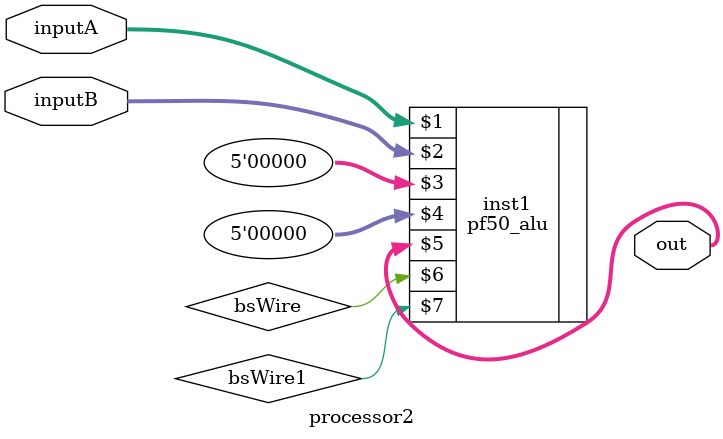
<source format=v>
module processor1(clock, reset, ps2_key_pressed, ps2_out, lcd_write, lcd_data, debug_data, debug_addr, alu_input1, alu_input2, alu_output, alu_opcode, test_output, write_reg, stored_pc, current_pc, instruction_num, test_regWrite, bypassa, bypassb, write_data);

	input 			clock, reset, ps2_key_pressed;
	input 	[7:0]	ps2_out;
	
	output 			lcd_write;
	output 	[31:0] 	lcd_data;
	
	// GRADER OUTPUTS - YOU MUST CONNECT TO YOUR DMEM
	output 	[31:0] 	debug_data;
	output	[11:0]	debug_addr;
	output[31:0] alu_input1, alu_input2, alu_output, stored_pc, current_pc, instruction_num, write_data; 
	output test_output, test_regWrite;
	output[4:0] alu_opcode, write_reg, bypassa, bypassb;

	
	
	
	
	// your processor here
	//
	//-------------------------Initiate PC register----------------------------------//
	wire[31:0] pcBeforeAdd, pcAfterAdd;
	wire bsWire;
	
	wire [31:0] select_pc;
	assign select_pc = changePC ? pcStage3 : pcAfterAdd;
	
	assign instruction_num = pcBeforeAdd;
	
	register PC(select_pc, pcBeforeAdd, ~stall, clock, reset);
	thirtytwo_bit_add inst_1(1'b0, pcBeforeAdd, 32'b1, pcAfterAdd, bsWire);
	
	wire[31:0] instruction;
	imem myimem(	.address 	(pcBeforeAdd[11:0]),
					.clken		(1'b1),
					.clock		(~clock) ,
					.q			(instruction) // change where output q goes...
	);
	
	wire[31:0] flush_instruction1;
	assign flush_instruction1 = changePC ? 32'b0 : instruction;
	
	//------------------------Initiate IF/ID pipeline register------------------------//
	wire[31:0] pcOut1;
	register PC1(pcAfterAdd, pcOut1, ~stall, clock, reset);
	
	wire[31:0] instructionOut1;
	register instruction1(flush_instruction1, instructionOut1, 1'b1, clock, reset);
	
	wire[4:0] opcode1, rd1, rs1, rt1, shiftamt1, aluop1;
	wire[16:0] immediate1;
	wire[26:0] target1;
	
	decodeInstruction inst0(instructionOut1, opcode1, rd1, rs1, rt1, shiftamt1, aluop1, immediate1, target1);
	
	//Figure out whether to read rs or rt
	wire readRDsignal;
	assign readRDsignal = (~opcode1[4] & ~opcode1[3] & ~opcode1[2] & opcode1[1] & ~opcode1[0]) | (~opcode1[4] & ~opcode1[3] & opcode1[2] & ~opcode1[1] & ~opcode1[0]) | (~opcode1[4] & ~opcode1[3] & opcode1[2] & opcode1[1] & ~opcode1[0]) | (~opcode1[4] & ~opcode1[3] & opcode1[2] & opcode1[1] & opcode1[0]);
	
	wire[31:0] data2_input;
	assign data2_input[4:0] = (readRDsignal) ? rd1 : rt1;
	assign data2_input[31:5] = 27'b0;
	
	//Stuff needed for register
	//To be filled in (3):
	wire writeEnable;
	wire[4:0] ctrl_writeReg;
	wire[31:0] data_writeReg;
	
	wire[31:0] data_readRegA, data_readRegB;
	regfile all_registers(~clock, writeEnable, reset, ctrl_writeReg, rs1, data2_input, data_writeReg, data_readRegA, data_readRegB);

	
	//Sign extend immediate (I-type)
	wire[31:0] signExtendImm;
	signExtend inst1(immediate1, signExtendImm);
	
	//Extended immediate (J-type)
	wire[31:0] extendedImmediate;
	assign extendedImmediate[31:27] = 1'b0;
	assign extendedImmediate[26:0] = target1;
	
	wire isIType = (~opcode1[4] & ~opcode1[3] & opcode1[2] & ~opcode1[1] & opcode1[0]) | (~opcode1[4] & ~opcode1[3] & ~opcode1[2] & opcode1[1] & ~opcode1[0]) | (~opcode1[4] & ~opcode1[3] & opcode1[2] & opcode1[1] & ~opcode1[0]) | (~opcode1[4] & ~opcode1[3] & opcode1[2] & opcode1[1] & opcode1[0]) | (~opcode1[4] & opcode1[3] & ~opcode1[2] & ~opcode1[1] & ~opcode1[0]);
	
	wire[31:0] finalImmediate;
	assign finalImmediate = isIType ? signExtendImm : extendedImmediate;
	
	wire[31:0] flush_instruction2;
	assign flush_instruction2 = (changePC) ? 32'b0 : instructionOut1;
	
	wire[31:0] flush_instruction3;
	assign flush_instruction3 = stall ? 32'b0: flush_instruction2;
	
	
	//----------------------Initiate ID/EX pipeline register-----------------------------//
	wire[31:0] pcOut2;
	register PC2(pcOut1, pcOut2, 1'b1, clock, reset);
	
	wire[31:0] data2_bits;
	register data2bits(data2_input, data2_bits, 1'b1, clock, reset);
	
	wire[31:0] instructionOut2;
	register instruction2(flush_instruction3, instructionOut2, 1'b1, clock, reset);
	
	//Get opcode for this segment and decode it
	wire[4:0] opcode2 = instructionOut2[31:27];
	wire useImm1, jump1, jal1, jr1, memWrite1, useMem1, bne1, blt1;
	generateSignals idex_inst(opcode2, useImm1, jump1, jal1, jr1, memWrite1, useMem1, bne1, blt1);
	
	wire[31:0] data1;
	register rs(data_readRegA, data1, 1'b1, clock, reset);
	
	wire[31:0] data2;
	register rt(data_readRegB, data2, 1'b1, clock, reset);
	
	wire[31:0] immOut1;
	register imm(finalImmediate, immOut1, 1'b1, clock, reset);
	
	//Adder for PC
	wire[31:0] adderResult;
	thirtytwo_bit_add pcadder(1'b0, pcOut2, immOut1, adderResult, bsWire);
	
	//Create branch signal
	//Check rd!=rs & rd < rs
	wire isNotEqual, isLessThan;
	wire[31:0] subtract_result;
	//subtract subtract_inst(data2, data1, subtract_result, bsWire, isNotEqual, isLessThan);
	subtract subtract_inst(data_operandB, data_operandA, subtract_result, bsWire, isNotEqual, isLessThan);
	
	wire[31:0] pcStage1, pcStage2, pcStage3;
	assign pcStage1 = ((bne1 & isNotEqual) | (blt1 & isLessThan)) ? adderResult : pcOut2;
	assign pcStage2 = (jump1 | jal1) ? immOut1 : pcStage1;
	assign pcStage3 = (jr1) ? data2 : pcStage2;
	
	//Decide whether to branch
	wire changePC = jump1 | jal1 | jr1 | (blt1 & isLessThan) | (bne1 & isNotEqual);
	assign test_output = changePC;
	
	//Create ALU opcode based on instruction
	wire[4:0] aluop;
	wire addisworlw;
	assign addisworlw = (~opcode2[4] & ~opcode2[3] & opcode2[2] & ~opcode2[1] & opcode2[0]) | (~opcode2[4] & ~opcode2[3] & opcode2[2] & opcode2[1] & opcode2[0]) | (~opcode2[4] & opcode2[3] & ~opcode2[2] & ~opcode2[1] & ~opcode2[0]);
	assign aluop = addisworlw ? 5'b0 : instructionOut2[6:2];
	
	
	//Bypassing and forwarding stuff for input a!!!!
	wire[31:0] data_operandA, bsWires; 
//	mux mux1(bypass_a, alu_result1, data_writeReg, data1, bsWires, bsWires, bsWires, data_operandA);
//	assign bypassa = bypass_a;
	
	wire[31:0] check_bypassA1;
	assign check_bypassA1 = a_signal1 ? alu_result1 : data1;
	assign data_operandA = a_signal2 ? data_writeReg : check_bypassA1;
	
	//Bypassing and forwarding for input b
	wire[31:0] intermediate_b;
//	mux mux2(bypass_b, alu_result1, data_writeReg, data2, bsWires, bsWires, bsWires, intermediate_b);
//	assign bypassb = bypass_b;
	wire[31:0] check_bypassB1;
	assign check_bypassB1 = b_signal1 ? alu_result1 : data2;
	assign intermediate_b = b_signal2 ? data_writeReg: check_bypassB1;
	
	//Decide on dataoperandB for ALU
	wire[31:0] data_operandB;
	assign data_operandB = (useImm1) ? immOut1 : intermediate_b;
	
	wire[31:0] alu_result;
	//pf50_alu alu_inst(data1, data_operandB, aluop, instructionOut2[11:7], alu_result, bsWire, bsWire);
	pf50_alu alu_inst(data_operandA, data_operandB, aluop, instructionOut2[11:7], alu_result);
	
	assign alu_input1 = data_operandA;
	assign alu_input2 = data_operandB;
	assign alu_output = alu_result;
	assign alu_opcode = aluop;
	
	
	//----------------------Initiate EX/MEM pipeline register------------------------//
	//Stuff for checking to branch
//	wire[31:0] data1_2;
//	register data1_1(data1, data1_2, 1'b1, clock, reset);
//	
//	wire[31:0] data2_2;
//	register data2_stuff(data2, data2_2, 1'b1, clock, reset);
	
//	wire isNotEqual1, isLessThan1;
//	wire[31:0] subtract_result1;
//	subtract subtract_inst1(data2_2, data1_2, subtract_result1, bsWire, isNotEqual1, isLessThan1);
	
	
	//Regular latch stuff
//	wire[31:0] pcChange3;
//	register modified_pc(pcStage3, pcChange3, 1'b1, clock, reset);
	
	wire[31:0] pcOut3;
	register old_pc(pcOut2, pcOut3, 1'b1, clock, reset);
	
	wire[31:0] alu_result1;
	register alu(alu_result, alu_result1, 1'b1, clock, reset);
	
	wire[31:0] data2_1;
	register data2reg(intermediate_b, data2_1, 1'b1, clock, reset);
	
	wire[31:0] instructionOut3;
	register instructionz(instructionOut2, instructionOut3, 1'b1, clock, reset);
	
	wire useImm2, jump2, jal2, jr2, memWrite2, useMem2, bne2, blt2;
	
	//Decode opcode for memWrite signal
	generateSignals blah(instructionOut3[31:27], useImm2, jump2, jal2, jr2, memWrite2, useMem2, bne2, blt2);
//	wire changePC = jump2 | jal2 | jr2 | (blt2 & isLessThan1) | (bne2 & isNotEqual1);
//	assign test_output = changePC;

	wire[31:0] data_in;
	assign data_in = bypass_c ? data_writeReg : data2_1;
	
	wire[31:0] memoryData;
	dmem mydmem( .address	(alu_result1[11:0]),
					.clock		(~clock),
					.data		(data_in),
					.wren		(memWrite2),	//need to fix this!
					.q			(memoryData) // change where output q goes...
	);
	
	
	
	//----------------------Initiate MEM/WB pipeline register-------------------------//
	wire[31:0] pcOut4;
	register final_inst(pcOut3, pcOut4, 1'b1, clock, reset);
	assign current_pc = pcOut4; //test
	
	wire[31:0] readData;
	register memData(memoryData, readData, 1'b1, clock, reset);
	
	wire[31:0] alu_result2;
	register aluagain(alu_result1, alu_result2, 1'b1, clock, reset);
	
	wire[31:0] instructionOut4;
	register instructiony(instructionOut3, instructionOut4, 1'b1, clock, reset);
	
	wire useImm3, jump3, jal3, jr3, memWrite3, useMem3, bne3, blt3;
	generateSignals blah1(instructionOut4[31:27], useImm3, jump3, jal3, jr3, memWrite3, useMem3, bne3, blt3);
	
	wire[31:0] regStage1;
	assign regStage1 = useMem3 ? readData : alu_result2;
	assign data_writeReg = jal3 ? pcOut4 : regStage1; //goes back to regfile
	
	assign write_data = data_writeReg;

	
	//Generate control signal for regWrite, goes back to regfile
	assign writeEnable = (~instructionOut4[31] & ~instructionOut4[30] & ~instructionOut4[29] & ~instructionOut4[28] & ~instructionOut4[27]) | (~instructionOut4[31] & ~instructionOut4[30] & instructionOut4[29] & ~instructionOut4[28] & instructionOut4[27]) | (~instructionOut4[31] & ~instructionOut4[30] & ~instructionOut4[29] & instructionOut4[28] & instructionOut4[27]) | (~instructionOut4[31] & instructionOut4[30] & ~instructionOut4[29] & ~instructionOut4[28] & ~instructionOut4[27]);
	assign test_regWrite = writeEnable; //test
	
	//chose bewteen register 31 and RD
	assign ctrl_writeReg = jal3 ? 5'b11111 : instructionOut4[26:22];
	assign write_reg = ctrl_writeReg; //test
	assign stored_pc = data_writeReg; //test
	//register(in, out, enable, clock, reset);
	
	//----------------------BYPASS CONTROL BLOCK-------------------------------//
	wire[4:0] a_signal1, a_signal2, b_signal1, b_signal2, c_signal;
	wire bypass_c;
	bypass byp(instructionOut2, instructionOut3, instructionOut4, data2_bits[4:0], a_signal1, a_signal2, b_signal1, b_signal2, c_signal);
	
	//----------------------STALL CONTROL BLOCK-------------------------------//
	wire stall;
	stall stal(instructionOut1, instructionOut2, rs1, data2_input, stall);
	
	//////////////////////////////////////
	////// THIS IS REQUIRED FOR GRADING
	// CHANGE THIS TO ASSIGN YOUR DMEM WRITE ADDRESS ALSO TO debug_addr
	assign debug_addr = (alu_result1[11:0]);
	// CHANGE THIS TO ASSIGN YOUR DMEM DATA INPUT (TO BE WRITTEN) ALSO TO debug_data
	assign debug_data = (data_in);
	////////////////////////////////////////////////////////////
	
		
	// You'll need to change where the dmem and imem read and write...

	
endmodule

module bypass(ex_stage_instruction, mem_stage_instruction, write_stage_instruction, data2, a_signal1, a_signal2, b_signal1, b_signal2, c_signal);
	input[31:0] ex_stage_instruction, mem_stage_instruction, write_stage_instruction;
	input[4:0] data2;
	output a_signal1, a_signal2, b_signal1, b_signal2;
	output c_signal;

	wire[4:0] ex_op, ex_rd, ex_rs, ex_rt, ex_shiftamt, ex_aluop, mem_op, mem_rd, mem_rs, mem_rt, mem_shiftamt, mem_aluop, write_op, write_rd, write_rs, write_rt, write_shiftamt, write_aluop;
	wire[16:0] ex_immediate, mem_immediate, write_immediate;
	wire[26:0] ex_target, mem_target, write_target;
	decodeInstruction inst1(ex_stage_instruction, ex_op, ex_rd, ex_rs, ex_rt, ex_shiftamt, ex_aluop, ex_immediate, ex_target);
	decodeInstruction inst2(mem_stage_instruction, mem_op, mem_rd, mem_rs, mem_rt, mem_shiftamt, mem_aluop, mem_immediate, mem_target);
	decodeInstruction inst3(write_stage_instruction, write_op, write_rd, write_rs, write_rt, write_shiftamt, write_aluop, write_immediate, write_target);
	
	//Part A
	wire ex_mem1, ex_write1, zero1, zero2;
	isEqual one(ex_rs, mem_rd, ex_mem1);
	isEqual two(ex_rs, write_rd, ex_write1);
	isEqual three1(mem_rd, 5'b00000, zero1);
	isEqual four1(write_rd, 5'b00000, zero2);
	
	assign a_signal1 = ex_mem1 & ~zero1;
	assign a_signal2 = ex_write1 & ~zero2; //Need to check if $rd == $r0
	
	
	//Part B
	wire ex_mem2, ex_write2;
	isEqual one1(data2, mem_rd, ex_mem2);
	isEqual two1(data2, write_rd, ex_write2);
	
	assign b_signal1 = ex_mem2 & ~zero1;
	assign b_signal2 = ex_write2 & ~zero2; //Need to check if $rd == $r0
	
	//Part C
	//Check if write back is at lw and mem is at sw
	wire right_commands = ((~write_op[4] & ~write_op[3] & write_op[2] & ~write_op[1] & write_op[0]) | (~write_op[4] & ~write_op[3] & ~write_op[2] & ~write_op[1] & ~write_op[0]) | (~write_op[4] & write_op[3] & ~write_op[2] & ~write_op[1] & ~write_op[0]) | (~write_op[4] & ~write_op[3] & ~write_op[2] & write_op[1] & write_op[0])) & (~mem_op[4] & ~mem_op[3] & mem_op[2] & mem_op[1] & mem_op[0]);
	
	//Check if rd is equal
	wire mem_write1;
	isEqual three(write_rd, mem_rd, mem_write1);
	assign c_signal = right_commands & mem_write1;
endmodule

module stall(if_stage_instruction, ex_stage_instruction, data1, data2, stall);
	input[31:0] if_stage_instruction, ex_stage_instruction;
	input[4:0] data1, data2;
	output stall;
	
	wire[4:0] ex_op, ex_rd, ex_rs, ex_rt, ex_shiftamt, ex_aluop, if_op, if_rd, if_rs, if_rt, if_shiftamt, if_aluop;
	wire[16:0] ex_immediate, if_immediate;
	wire[26:0] ex_target, if_target;
	
	decodeInstruction inst4(ex_stage_instruction, ex_op, ex_rd, ex_rs, ex_rt, ex_shiftamt, ex_aluop, ex_immediate, ex_target);
	decodeInstruction inst5(if_stage_instruction, if_op, if_rd, if_rs, if_rt, if_shiftamt, if_aluop, if_immediate, if_target);
	
	wire isEqual1, isEqual2, isZero;
	isEqual inst(data1, ex_rd, isEqual1);
	isEqual inst1(data2, ex_rd, isEqual2);
	isEqual inst2(ex_rd, 32'b0, isZero);
	
	wire dx_load, if_store;
	assign dx_load = ~ex_op[4] & ex_op[3] & ~ex_op[2] & ~ex_op[1] & ~ex_op[0];
	assign if_store = ~if_op[4] & ~if_op[3] & if_op[2] & if_op[1] & if_op[0];
	
	assign stall = (dx_load) & ((isEqual1 & ~isZero) | (isEqual2 & ~isZero)) & ~if_store;
endmodule

module isEqual(a, b, out);
	input[4:0] a,b;
	output out;
	
	wire[4:0] ex_ored = a^b;
	wire[5:0] intermediate_array;
	assign intermediate_array[0] = 1'b0;
	
	genvar i;
	generate
		for (i = 0; i < 5; i = i + 1) begin:loop1
			assign intermediate_array[i+1] = (intermediate_array[i] | ex_ored[i]);
		end
	endgenerate
	
	assign out = ~intermediate_array[5];
endmodule

module decodeInstruction(instruction, opcode, rd, rs, rt, shiftamt, aluop, immediate, target);
	input[31:0] instruction;
	output[4:0] opcode, rd, rs, rt, shiftamt, aluop;
	output[16:0] immediate;
	output[26:0] target;
	
	assign opcode = instruction[31:27];
	assign rd = instruction[26:22];
	assign rs = instruction[21:17];
	assign rt = instruction[16:12];
	assign shiftamt = instruction[11:7];
	assign aluop = instruction[6:2];
	assign immediate = instruction [16:0];
	assign target = instruction[26:0];
endmodule

module signExtend(in, out);
	input[16:0] in;
	output[31:0] out;
	
	assign out[16:0] = in;
	assign out[31:17] = in[16];
endmodule

module generateSignals(o, useImm, jump, jal, jr, memWrite, useMem, bne, blt);
	input[4:0] o;
	output useImm, jump, jal, jr, memWrite, useMem, bne, blt;
	
	assign useImm = (~o[4] & ~o[3] & o[2] & ~o[1] & o[0]) | (~o[4] & ~o[3] & o[2] & o[1] & o[0]) | (~o[4] & o[3] & ~o[2] & ~o[1] & ~o[0]);
	assign jump = (~o[4] & ~o[3] & ~o[2] & ~o[1] & o[0]);
	assign jal = (~o[4] & ~o[3] & ~o[2] & o[1] & o[0]);
	assign jr = ~o[4] & ~o[3] & o[2] & ~o[1] & ~o[0];
	assign memWrite = ~o[4] & ~o[3] & o[2] & o[1] & o[0];
	assign useMem = ~o[4] & o[3] & ~o[2] & ~o[1] & ~o[0];
	assign bne = ~o[4] & ~o[3] & ~o[2] & o[1] & ~o[0];
	assign blt = ~o[4] & ~o[3] & o[2] & o[1] & ~o[0];
endmodule

module processor2(inputA, inputB, out);
	input[31:0] inputA, inputB;
	output[31:0] out;
	wire bsWire, bsWire1;
	
	pf50_alu inst1(inputA, inputB, 5'b0, 5'b0, out, bsWire, bsWire1);
endmodule

</source>
